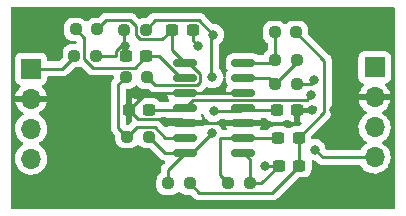
<source format=gbr>
%TF.GenerationSoftware,KiCad,Pcbnew,(6.0.4-0)*%
%TF.CreationDate,2022-05-03T23:30:52-04:00*%
%TF.ProjectId,antennaamp,616e7465-6e6e-4616-916d-702e6b696361,rev?*%
%TF.SameCoordinates,Original*%
%TF.FileFunction,Copper,L1,Top*%
%TF.FilePolarity,Positive*%
%FSLAX46Y46*%
G04 Gerber Fmt 4.6, Leading zero omitted, Abs format (unit mm)*
G04 Created by KiCad (PCBNEW (6.0.4-0)) date 2022-05-03 23:30:52*
%MOMM*%
%LPD*%
G01*
G04 APERTURE LIST*
G04 Aperture macros list*
%AMRoundRect*
0 Rectangle with rounded corners*
0 $1 Rounding radius*
0 $2 $3 $4 $5 $6 $7 $8 $9 X,Y pos of 4 corners*
0 Add a 4 corners polygon primitive as box body*
4,1,4,$2,$3,$4,$5,$6,$7,$8,$9,$2,$3,0*
0 Add four circle primitives for the rounded corners*
1,1,$1+$1,$2,$3*
1,1,$1+$1,$4,$5*
1,1,$1+$1,$6,$7*
1,1,$1+$1,$8,$9*
0 Add four rect primitives between the rounded corners*
20,1,$1+$1,$2,$3,$4,$5,0*
20,1,$1+$1,$4,$5,$6,$7,0*
20,1,$1+$1,$6,$7,$8,$9,0*
20,1,$1+$1,$8,$9,$2,$3,0*%
G04 Aperture macros list end*
%TA.AperFunction,SMDPad,CuDef*%
%ADD10RoundRect,0.237500X0.250000X0.237500X-0.250000X0.237500X-0.250000X-0.237500X0.250000X-0.237500X0*%
%TD*%
%TA.AperFunction,SMDPad,CuDef*%
%ADD11RoundRect,0.150000X-0.825000X-0.150000X0.825000X-0.150000X0.825000X0.150000X-0.825000X0.150000X0*%
%TD*%
%TA.AperFunction,SMDPad,CuDef*%
%ADD12RoundRect,0.237500X-0.250000X-0.237500X0.250000X-0.237500X0.250000X0.237500X-0.250000X0.237500X0*%
%TD*%
%TA.AperFunction,ComponentPad*%
%ADD13R,1.700000X1.700000*%
%TD*%
%TA.AperFunction,ComponentPad*%
%ADD14O,1.700000X1.700000*%
%TD*%
%TA.AperFunction,SMDPad,CuDef*%
%ADD15RoundRect,0.237500X-0.300000X-0.237500X0.300000X-0.237500X0.300000X0.237500X-0.300000X0.237500X0*%
%TD*%
%TA.AperFunction,SMDPad,CuDef*%
%ADD16RoundRect,0.237500X0.300000X0.237500X-0.300000X0.237500X-0.300000X-0.237500X0.300000X-0.237500X0*%
%TD*%
%TA.AperFunction,ViaPad*%
%ADD17C,0.800000*%
%TD*%
%TA.AperFunction,Conductor*%
%ADD18C,0.250000*%
%TD*%
G04 APERTURE END LIST*
D10*
%TO.P,R1,1*%
%TO.N,Net-(C1-Pad2)*%
X68112500Y-58025000D03*
%TO.P,R1,2*%
%TO.N,Net-(J2-Pad1)*%
X66287500Y-58025000D03*
%TD*%
D11*
%TO.P,U1,1*%
%TO.N,Net-(C4-Pad1)*%
X75650000Y-58640000D03*
%TO.P,U1,2,-*%
%TO.N,Net-(C1-Pad1)*%
X75650000Y-59910000D03*
%TO.P,U1,3,+*%
%TO.N,GND*%
X75650000Y-61180000D03*
%TO.P,U1,4,V+*%
%TO.N,+12V*%
X75650000Y-62450000D03*
%TO.P,U1,5,+*%
%TO.N,GND*%
X75650000Y-63720000D03*
%TO.P,U1,6,-*%
%TO.N,Net-(R4-Pad1)*%
X75650000Y-64990000D03*
%TO.P,U1,7*%
%TO.N,Net-(R3-Pad1)*%
X75650000Y-66260000D03*
%TO.P,U1,8*%
%TO.N,Net-(C6-Pad1)*%
X80600000Y-66260000D03*
%TO.P,U1,9,-*%
%TO.N,Net-(C5-Pad1)*%
X80600000Y-64990000D03*
%TO.P,U1,10,+*%
%TO.N,GND*%
X80600000Y-63720000D03*
%TO.P,U1,11,V-*%
%TO.N,-12V*%
X80600000Y-62450000D03*
%TO.P,U1,12,+*%
%TO.N,GND*%
X80600000Y-61180000D03*
%TO.P,U1,13,-*%
%TO.N,Net-(R10-Pad2)*%
X80600000Y-59910000D03*
%TO.P,U1,14*%
%TO.N,Net-(R10-Pad1)*%
X80600000Y-58640000D03*
%TD*%
D12*
%TO.P,R10,1*%
%TO.N,Net-(R10-Pad1)*%
X83287500Y-58400000D03*
%TO.P,R10,2*%
%TO.N,Net-(R10-Pad2)*%
X85112500Y-58400000D03*
%TD*%
%TO.P,R9,1*%
%TO.N,Net-(R10-Pad2)*%
X83287500Y-60425000D03*
%TO.P,R9,2*%
%TO.N,Net-(C6-Pad1)*%
X85112500Y-60425000D03*
%TD*%
%TO.P,R8,1*%
%TO.N,Net-(R10-Pad1)*%
X83237500Y-56050000D03*
%TO.P,R8,2*%
%TO.N,Net-(C5-Pad2)*%
X85062500Y-56050000D03*
%TD*%
D10*
%TO.P,R7,2*%
%TO.N,Net-(C5-Pad1)*%
X79312500Y-68850000D03*
%TO.P,R7,1*%
%TO.N,Net-(C6-Pad1)*%
X81137500Y-68850000D03*
%TD*%
%TO.P,R6,1*%
%TO.N,Net-(C5-Pad2)*%
X76050000Y-68825000D03*
%TO.P,R6,2*%
%TO.N,Net-(R3-Pad1)*%
X74225000Y-68825000D03*
%TD*%
%TO.P,R5,1*%
%TO.N,Net-(R3-Pad1)*%
X72587500Y-64875000D03*
%TO.P,R5,2*%
%TO.N,Net-(R4-Pad1)*%
X70762500Y-64875000D03*
%TD*%
D12*
%TO.P,R4,2*%
%TO.N,Net-(C4-Pad1)*%
X72450000Y-59850000D03*
%TO.P,R4,1*%
%TO.N,Net-(R4-Pad1)*%
X70625000Y-59850000D03*
%TD*%
D10*
%TO.P,R3,1*%
%TO.N,Net-(R3-Pad1)*%
X72312500Y-55825000D03*
%TO.P,R3,2*%
%TO.N,Net-(C1-Pad2)*%
X70487500Y-55825000D03*
%TD*%
%TO.P,R2,1*%
%TO.N,Net-(C4-Pad1)*%
X68225000Y-55800000D03*
%TO.P,R2,2*%
%TO.N,Net-(C1-Pad1)*%
X66400000Y-55800000D03*
%TD*%
D13*
%TO.P,J2,1,Pin_1*%
%TO.N,Net-(J2-Pad1)*%
X62625000Y-59125000D03*
D14*
%TO.P,J2,2,Pin_2*%
%TO.N,GND*%
X62625000Y-61665000D03*
%TO.P,J2,3,Pin_3*%
%TO.N,unconnected-(J2-Pad3)*%
X62625000Y-64205000D03*
%TO.P,J2,4,Pin_4*%
%TO.N,unconnected-(J2-Pad4)*%
X62625000Y-66745000D03*
%TD*%
D13*
%TO.P,J1,1,Pin_1*%
%TO.N,+12V*%
X91700000Y-59025000D03*
D14*
%TO.P,J1,2,Pin_2*%
%TO.N,GND*%
X91700000Y-61565000D03*
%TO.P,J1,3,Pin_3*%
%TO.N,unconnected-(J1-Pad3)*%
X91700000Y-64105000D03*
%TO.P,J1,4,Pin_4*%
%TO.N,-12V*%
X91700000Y-66645000D03*
%TD*%
D15*
%TO.P,C6,1*%
%TO.N,Net-(C6-Pad1)*%
X83600000Y-67350000D03*
%TO.P,C6,2*%
%TO.N,Net-(C5-Pad2)*%
X85325000Y-67350000D03*
%TD*%
%TO.P,C5,1*%
%TO.N,Net-(C5-Pad1)*%
X83537500Y-64975000D03*
%TO.P,C5,2*%
%TO.N,Net-(C5-Pad2)*%
X85262500Y-64975000D03*
%TD*%
%TO.P,C4,1*%
%TO.N,Net-(C4-Pad1)*%
X74562500Y-55825000D03*
%TO.P,C4,2*%
%TO.N,Net-(C1-Pad2)*%
X76287500Y-55825000D03*
%TD*%
D16*
%TO.P,C3,1*%
%TO.N,GND*%
X85162500Y-62650000D03*
%TO.P,C3,2*%
%TO.N,-12V*%
X83437500Y-62650000D03*
%TD*%
D15*
%TO.P,C2,2*%
%TO.N,+12V*%
X72600000Y-62625000D03*
%TO.P,C2,1*%
%TO.N,GND*%
X70875000Y-62625000D03*
%TD*%
D16*
%TO.P,C1,1*%
%TO.N,Net-(C1-Pad1)*%
X72375000Y-58075000D03*
%TO.P,C1,2*%
%TO.N,Net-(C1-Pad2)*%
X70650000Y-58075000D03*
%TD*%
D17*
%TO.N,Net-(R3-Pad1)*%
X78050000Y-56255184D03*
X77962500Y-59862500D03*
X77900000Y-64575000D03*
%TO.N,Net-(C6-Pad1)*%
X82400000Y-67375000D03*
X86600201Y-60125201D03*
%TO.N,Net-(C1-Pad2)*%
X76775000Y-57175000D03*
X70575000Y-57175000D03*
%TO.N,GND*%
X86425000Y-62625000D03*
X88300000Y-62625000D03*
%TO.N,-12V*%
X78100000Y-62725000D03*
X86650000Y-65975000D03*
%TO.N,+12V*%
X86350000Y-61400000D03*
%TD*%
D18*
%TO.N,Net-(R3-Pad1)*%
X77900000Y-64575000D02*
X76215000Y-66260000D01*
X72312500Y-55825000D02*
X73112020Y-55025480D01*
X73112020Y-55025480D02*
X76820296Y-55025480D01*
X76820296Y-55025480D02*
X78050000Y-56255184D01*
X77875000Y-56180184D02*
X77875000Y-59700000D01*
%TO.N,Net-(C6-Pad1)*%
X86300402Y-60425000D02*
X86600201Y-60125201D01*
X85112500Y-60425000D02*
X86300402Y-60425000D01*
X82400000Y-67375000D02*
X83575000Y-67375000D01*
%TO.N,Net-(C1-Pad2)*%
X76287500Y-55825000D02*
X76287500Y-56687500D01*
X76287500Y-56687500D02*
X76775000Y-57175000D01*
%TO.N,GND*%
X91700000Y-61565000D02*
X89235000Y-61565000D01*
X89235000Y-61565000D02*
X88300000Y-62500000D01*
X88300000Y-62500000D02*
X88300000Y-62625000D01*
X75650000Y-61180000D02*
X72320000Y-61180000D01*
X72320000Y-61180000D02*
X70875000Y-62625000D01*
%TO.N,-12V*%
X87320000Y-66645000D02*
X91700000Y-66645000D01*
X87320000Y-66645000D02*
X86650000Y-65975000D01*
X78100000Y-62725000D02*
X80325000Y-62725000D01*
X80325000Y-62725000D02*
X80600000Y-62450000D01*
%TO.N,GND*%
X80600000Y-61180000D02*
X75650000Y-61180000D01*
X75650000Y-63720000D02*
X80600000Y-63720000D01*
X70875000Y-62625000D02*
X71674520Y-63424520D01*
X71674520Y-63424520D02*
X75354520Y-63424520D01*
X75354520Y-63424520D02*
X75650000Y-63720000D01*
%TO.N,Net-(R4-Pad1)*%
X70625000Y-59850000D02*
X70012980Y-60462020D01*
X70012980Y-60462020D02*
X70012980Y-64125480D01*
X70012980Y-64125480D02*
X70762500Y-64875000D01*
%TO.N,Net-(C1-Pad1)*%
X66400000Y-55800000D02*
X67099520Y-56499520D01*
X67099520Y-56499520D02*
X67099520Y-58316303D01*
X67099520Y-58316303D02*
X67833697Y-59050480D01*
X67833697Y-59050480D02*
X71399520Y-59050480D01*
%TO.N,Net-(C4-Pad1)*%
X76026072Y-58640000D02*
X76949520Y-59563448D01*
X73134520Y-60534520D02*
X72701701Y-60101701D01*
X76949520Y-60275480D02*
X76690480Y-60534520D01*
X76949520Y-59563448D02*
X76949520Y-60275480D01*
X76690480Y-60534520D02*
X73134520Y-60534520D01*
%TO.N,Net-(C1-Pad1)*%
X75273928Y-59910000D02*
X73438928Y-58075000D01*
X73438928Y-58075000D02*
X72375000Y-58075000D01*
X71399520Y-59050480D02*
X72375000Y-58075000D01*
%TO.N,Net-(C1-Pad2)*%
X70487500Y-57137500D02*
X70575000Y-57225000D01*
X70650000Y-58075000D02*
X70650000Y-57300000D01*
X70575000Y-57225000D02*
X70625472Y-57275472D01*
X70650000Y-57300000D02*
X70575000Y-57225000D01*
%TO.N,-12V*%
X80600000Y-62450000D02*
X80800000Y-62650000D01*
X80800000Y-62650000D02*
X83437500Y-62650000D01*
%TO.N,+12V*%
X85945480Y-61804520D02*
X86350000Y-61400000D01*
X76295480Y-61804520D02*
X85945480Y-61804520D01*
X75650000Y-62450000D02*
X76295480Y-61804520D01*
%TO.N,Net-(R10-Pad2)*%
X85112500Y-58600000D02*
X83287500Y-60425000D01*
X80600000Y-59910000D02*
X82772500Y-59910000D01*
X82772500Y-59910000D02*
X83287500Y-60425000D01*
%TO.N,Net-(C5-Pad2)*%
X85062500Y-56050000D02*
X87450000Y-58437500D01*
X87450000Y-58437500D02*
X87450000Y-62787500D01*
X87450000Y-62787500D02*
X85262500Y-64975000D01*
%TO.N,Net-(R10-Pad1)*%
X83287500Y-58400000D02*
X83287500Y-56100000D01*
X80600000Y-58640000D02*
X83047500Y-58640000D01*
%TO.N,Net-(C4-Pad1)*%
X68225000Y-55800000D02*
X68999520Y-55025480D01*
X70970296Y-55025480D02*
X71500480Y-55555664D01*
X71500480Y-56300480D02*
X71850000Y-56650000D01*
X71850000Y-56650000D02*
X73737500Y-56650000D01*
X68999520Y-55025480D02*
X70970296Y-55025480D01*
X73737500Y-56650000D02*
X74562500Y-55825000D01*
X71500480Y-55555664D02*
X71500480Y-56300480D01*
%TO.N,Net-(C5-Pad2)*%
X85325000Y-67350000D02*
X85325000Y-65037500D01*
X76050000Y-68825000D02*
X76874520Y-69649520D01*
X76874520Y-69649520D02*
X83025480Y-69649520D01*
X83025480Y-69649520D02*
X85325000Y-67350000D01*
%TO.N,Net-(R4-Pad1)*%
X75650000Y-64990000D02*
X73984816Y-64990000D01*
X73070296Y-64075480D02*
X71562020Y-64075480D01*
X73984816Y-64990000D02*
X73070296Y-64075480D01*
X71562020Y-64075480D02*
X70762500Y-64875000D01*
%TO.N,Net-(C6-Pad1)*%
X81137500Y-68850000D02*
X82100000Y-68850000D01*
X82100000Y-68850000D02*
X83600000Y-67350000D01*
X81137500Y-68850000D02*
X81137500Y-66797500D01*
X81137500Y-66797500D02*
X80600000Y-66260000D01*
%TO.N,Net-(C5-Pad1)*%
X80600000Y-64990000D02*
X78585000Y-64990000D01*
X78585000Y-64990000D02*
X78585000Y-68122500D01*
X78585000Y-68122500D02*
X79312500Y-68850000D01*
X80600000Y-64990000D02*
X83522500Y-64990000D01*
%TO.N,+12V*%
X72600000Y-62625000D02*
X75475000Y-62625000D01*
%TO.N,Net-(R3-Pad1)*%
X72587500Y-64875000D02*
X73972500Y-66260000D01*
X73972500Y-66260000D02*
X75650000Y-66260000D01*
X74225000Y-68825000D02*
X74225000Y-67685000D01*
X74225000Y-67685000D02*
X75650000Y-66260000D01*
%TO.N,Net-(J2-Pad1)*%
X62625000Y-59125000D02*
X65275000Y-59125000D01*
X65275000Y-59125000D02*
X66375000Y-58025000D01*
%TO.N,Net-(C1-Pad2)*%
X70487500Y-55825000D02*
X70487500Y-57137500D01*
X70625472Y-57275472D02*
X70142204Y-57275472D01*
X70142204Y-57275472D02*
X69800000Y-57617676D01*
X69800000Y-57617676D02*
X69800000Y-58075000D01*
%TO.N,Net-(C4-Pad1)*%
X74562500Y-55825000D02*
X74562500Y-57552500D01*
X74562500Y-57552500D02*
X75650000Y-58640000D01*
%TO.N,Net-(C1-Pad2)*%
X68025000Y-58025000D02*
X69750000Y-58025000D01*
X69750000Y-58025000D02*
X69800000Y-58075000D01*
%TD*%
%TA.AperFunction,Conductor*%
%TO.N,GND*%
G36*
X93383621Y-53903502D02*
G01*
X93430114Y-53957158D01*
X93441500Y-54009500D01*
X93441500Y-70915500D01*
X93421498Y-70983621D01*
X93367842Y-71030114D01*
X93315500Y-71041500D01*
X61059500Y-71041500D01*
X60991379Y-71021498D01*
X60944886Y-70967842D01*
X60933500Y-70915500D01*
X60933500Y-66711695D01*
X61262251Y-66711695D01*
X61262548Y-66716848D01*
X61262548Y-66716851D01*
X61271547Y-66872918D01*
X61275110Y-66934715D01*
X61276247Y-66939761D01*
X61276248Y-66939767D01*
X61293228Y-67015111D01*
X61324222Y-67152639D01*
X61375958Y-67280051D01*
X61390811Y-67316628D01*
X61408266Y-67359616D01*
X61410965Y-67364020D01*
X61513987Y-67532137D01*
X61524987Y-67550088D01*
X61671250Y-67718938D01*
X61725819Y-67764242D01*
X61831556Y-67852026D01*
X61843126Y-67861632D01*
X62036000Y-67974338D01*
X62040825Y-67976180D01*
X62040826Y-67976181D01*
X62046553Y-67978368D01*
X62244692Y-68054030D01*
X62249760Y-68055061D01*
X62249763Y-68055062D01*
X62324838Y-68070336D01*
X62463597Y-68098567D01*
X62468772Y-68098757D01*
X62468774Y-68098757D01*
X62681673Y-68106564D01*
X62681677Y-68106564D01*
X62686837Y-68106753D01*
X62691957Y-68106097D01*
X62691959Y-68106097D01*
X62903288Y-68079025D01*
X62903289Y-68079025D01*
X62908416Y-68078368D01*
X62961610Y-68062409D01*
X63117429Y-68015661D01*
X63117434Y-68015659D01*
X63122384Y-68014174D01*
X63322994Y-67915896D01*
X63504860Y-67786173D01*
X63532804Y-67758327D01*
X63654483Y-67637072D01*
X63663096Y-67628489D01*
X63667587Y-67622240D01*
X63790435Y-67451277D01*
X63793453Y-67447077D01*
X63811186Y-67411198D01*
X63890136Y-67251453D01*
X63890137Y-67251451D01*
X63892430Y-67246811D01*
X63940528Y-67088502D01*
X63955865Y-67038023D01*
X63955865Y-67038021D01*
X63957370Y-67033069D01*
X63986529Y-66811590D01*
X63988156Y-66745000D01*
X63969852Y-66522361D01*
X63915431Y-66305702D01*
X63826354Y-66100840D01*
X63761661Y-66000840D01*
X63707822Y-65917617D01*
X63707820Y-65917614D01*
X63705014Y-65913277D01*
X63554670Y-65748051D01*
X63550619Y-65744852D01*
X63550615Y-65744848D01*
X63383414Y-65612800D01*
X63383410Y-65612798D01*
X63379359Y-65609598D01*
X63338053Y-65586796D01*
X63288084Y-65536364D01*
X63273312Y-65466921D01*
X63298428Y-65400516D01*
X63325780Y-65373909D01*
X63369603Y-65342650D01*
X63504860Y-65246173D01*
X63532804Y-65218327D01*
X63618862Y-65132569D01*
X63663096Y-65088489D01*
X63667587Y-65082240D01*
X63790435Y-64911277D01*
X63793453Y-64907077D01*
X63808272Y-64877094D01*
X63890136Y-64711453D01*
X63890137Y-64711451D01*
X63892430Y-64706811D01*
X63938197Y-64556174D01*
X63955865Y-64498023D01*
X63955865Y-64498021D01*
X63957370Y-64493069D01*
X63986529Y-64271590D01*
X63986710Y-64264180D01*
X63988074Y-64208365D01*
X63988074Y-64208361D01*
X63988156Y-64205000D01*
X63969852Y-63982361D01*
X63915431Y-63765702D01*
X63826354Y-63560840D01*
X63786123Y-63498653D01*
X63707822Y-63377617D01*
X63707820Y-63377614D01*
X63705014Y-63373277D01*
X63554670Y-63208051D01*
X63550619Y-63204852D01*
X63550615Y-63204848D01*
X63383414Y-63072800D01*
X63383410Y-63072798D01*
X63379359Y-63069598D01*
X63337569Y-63046529D01*
X63287598Y-62996097D01*
X63272826Y-62926654D01*
X63297942Y-62860248D01*
X63325294Y-62833641D01*
X63500328Y-62708792D01*
X63508200Y-62702139D01*
X63659052Y-62551812D01*
X63665730Y-62543965D01*
X63790003Y-62371020D01*
X63795313Y-62362183D01*
X63889670Y-62171267D01*
X63893469Y-62161672D01*
X63955377Y-61957910D01*
X63957555Y-61947837D01*
X63958986Y-61936962D01*
X63956775Y-61922778D01*
X63943617Y-61919000D01*
X61308225Y-61919000D01*
X61294694Y-61922973D01*
X61293257Y-61932966D01*
X61323565Y-62067446D01*
X61326645Y-62077275D01*
X61406770Y-62274603D01*
X61411413Y-62283794D01*
X61522694Y-62465388D01*
X61528777Y-62473699D01*
X61668213Y-62634667D01*
X61675580Y-62641883D01*
X61839434Y-62777916D01*
X61847881Y-62783831D01*
X61916969Y-62824203D01*
X61965693Y-62875842D01*
X61978764Y-62945625D01*
X61952033Y-63011396D01*
X61911584Y-63044752D01*
X61898607Y-63051507D01*
X61894474Y-63054610D01*
X61894471Y-63054612D01*
X61724100Y-63182530D01*
X61719965Y-63185635D01*
X61694894Y-63211870D01*
X61595291Y-63316099D01*
X61565629Y-63347138D01*
X61562715Y-63351410D01*
X61562714Y-63351411D01*
X61530282Y-63398955D01*
X61439743Y-63531680D01*
X61345688Y-63734305D01*
X61285989Y-63949570D01*
X61262251Y-64171695D01*
X61262548Y-64176848D01*
X61262548Y-64176851D01*
X61272907Y-64356500D01*
X61275110Y-64394715D01*
X61276247Y-64399761D01*
X61276248Y-64399767D01*
X61285206Y-64439514D01*
X61324222Y-64612639D01*
X61408266Y-64819616D01*
X61459019Y-64902438D01*
X61513987Y-64992137D01*
X61524987Y-65010088D01*
X61671250Y-65178938D01*
X61774281Y-65264476D01*
X61836480Y-65316114D01*
X61843126Y-65321632D01*
X61864870Y-65334338D01*
X61916445Y-65364476D01*
X61965169Y-65416114D01*
X61978240Y-65485897D01*
X61951509Y-65551669D01*
X61911055Y-65585027D01*
X61898607Y-65591507D01*
X61894474Y-65594610D01*
X61894471Y-65594612D01*
X61724100Y-65722530D01*
X61719965Y-65725635D01*
X61701605Y-65744848D01*
X61593310Y-65858172D01*
X61565629Y-65887138D01*
X61562715Y-65891410D01*
X61562714Y-65891411D01*
X61523826Y-65948419D01*
X61439743Y-66071680D01*
X61345688Y-66274305D01*
X61285989Y-66489570D01*
X61262251Y-66711695D01*
X60933500Y-66711695D01*
X60933500Y-60023134D01*
X61266500Y-60023134D01*
X61273255Y-60085316D01*
X61324385Y-60221705D01*
X61411739Y-60338261D01*
X61528295Y-60425615D01*
X61536704Y-60428767D01*
X61536705Y-60428768D01*
X61645960Y-60469726D01*
X61702725Y-60512367D01*
X61727425Y-60578929D01*
X61712218Y-60648278D01*
X61692825Y-60674759D01*
X61569590Y-60803717D01*
X61563104Y-60811727D01*
X61443098Y-60987649D01*
X61438000Y-60996623D01*
X61348338Y-61189783D01*
X61344775Y-61199470D01*
X61289389Y-61399183D01*
X61290912Y-61407607D01*
X61303292Y-61411000D01*
X63943344Y-61411000D01*
X63956875Y-61407027D01*
X63958180Y-61397947D01*
X63916214Y-61230875D01*
X63912894Y-61221124D01*
X63827972Y-61025814D01*
X63823105Y-61016739D01*
X63707426Y-60837926D01*
X63701136Y-60829757D01*
X63557293Y-60671677D01*
X63526241Y-60607831D01*
X63534635Y-60537333D01*
X63579812Y-60482564D01*
X63606256Y-60468895D01*
X63713297Y-60428767D01*
X63721705Y-60425615D01*
X63838261Y-60338261D01*
X63925615Y-60221705D01*
X63976745Y-60085316D01*
X63983500Y-60023134D01*
X63983500Y-59884500D01*
X64003502Y-59816379D01*
X64057158Y-59769886D01*
X64109500Y-59758500D01*
X65196233Y-59758500D01*
X65207416Y-59759027D01*
X65214909Y-59760702D01*
X65222835Y-59760453D01*
X65222836Y-59760453D01*
X65282986Y-59758562D01*
X65286945Y-59758500D01*
X65314856Y-59758500D01*
X65318791Y-59758003D01*
X65318856Y-59757995D01*
X65330693Y-59757062D01*
X65362951Y-59756048D01*
X65366970Y-59755922D01*
X65374889Y-59755673D01*
X65394343Y-59750021D01*
X65413700Y-59746013D01*
X65425930Y-59744468D01*
X65425931Y-59744468D01*
X65433797Y-59743474D01*
X65441168Y-59740555D01*
X65441170Y-59740555D01*
X65474912Y-59727196D01*
X65486142Y-59723351D01*
X65520983Y-59713229D01*
X65520984Y-59713229D01*
X65528593Y-59711018D01*
X65535412Y-59706985D01*
X65535417Y-59706983D01*
X65546028Y-59700707D01*
X65563776Y-59692012D01*
X65582617Y-59684552D01*
X65601850Y-59670579D01*
X65618387Y-59658564D01*
X65628307Y-59652048D01*
X65659535Y-59633580D01*
X65659538Y-59633578D01*
X65666362Y-59629542D01*
X65680683Y-59615221D01*
X65695717Y-59602380D01*
X65712107Y-59590472D01*
X65717157Y-59584368D01*
X65717162Y-59584363D01*
X65740293Y-59556402D01*
X65748283Y-59547621D01*
X66250501Y-59045404D01*
X66312813Y-59011379D01*
X66339596Y-59008500D01*
X66587072Y-59008500D01*
X66590318Y-59008163D01*
X66590322Y-59008163D01*
X66627801Y-59004274D01*
X66691093Y-58997707D01*
X66762616Y-58973845D01*
X66833565Y-58971261D01*
X66891587Y-59004274D01*
X67113428Y-59226116D01*
X67330050Y-59442738D01*
X67337584Y-59451017D01*
X67341697Y-59457498D01*
X67375854Y-59489573D01*
X67391348Y-59504123D01*
X67394190Y-59506878D01*
X67413927Y-59526615D01*
X67417124Y-59529095D01*
X67426144Y-59536798D01*
X67458376Y-59567066D01*
X67465322Y-59570885D01*
X67465325Y-59570887D01*
X67476131Y-59576828D01*
X67492650Y-59587679D01*
X67508656Y-59600094D01*
X67515925Y-59603239D01*
X67515929Y-59603242D01*
X67549234Y-59617654D01*
X67559884Y-59622871D01*
X67598637Y-59644175D01*
X67606312Y-59646146D01*
X67606313Y-59646146D01*
X67618259Y-59649213D01*
X67636964Y-59655617D01*
X67655552Y-59663661D01*
X67663375Y-59664900D01*
X67663385Y-59664903D01*
X67699221Y-59670579D01*
X67710841Y-59672985D01*
X67745986Y-59682008D01*
X67753667Y-59683980D01*
X67773921Y-59683980D01*
X67793631Y-59685531D01*
X67813640Y-59688700D01*
X67821532Y-59687954D01*
X67847164Y-59685531D01*
X67857659Y-59684539D01*
X67869516Y-59683980D01*
X69503000Y-59683980D01*
X69571121Y-59703982D01*
X69617614Y-59757638D01*
X69629000Y-59809980D01*
X69629000Y-59895600D01*
X69608998Y-59963721D01*
X69594851Y-59981852D01*
X69559338Y-60019670D01*
X69556582Y-60022513D01*
X69536845Y-60042250D01*
X69534365Y-60045447D01*
X69526662Y-60054467D01*
X69496394Y-60086699D01*
X69492575Y-60093645D01*
X69492573Y-60093648D01*
X69486632Y-60104454D01*
X69475781Y-60120973D01*
X69463366Y-60136979D01*
X69460221Y-60144248D01*
X69460218Y-60144252D01*
X69445806Y-60177557D01*
X69440589Y-60188207D01*
X69419285Y-60226960D01*
X69417314Y-60234635D01*
X69417314Y-60234636D01*
X69414247Y-60246582D01*
X69407843Y-60265286D01*
X69399799Y-60283875D01*
X69398560Y-60291698D01*
X69398557Y-60291708D01*
X69392881Y-60327544D01*
X69390475Y-60339164D01*
X69382842Y-60368895D01*
X69379480Y-60381990D01*
X69379480Y-60402244D01*
X69377929Y-60421954D01*
X69374760Y-60441963D01*
X69375506Y-60449855D01*
X69378921Y-60485981D01*
X69379480Y-60497839D01*
X69379480Y-64046713D01*
X69378953Y-64057896D01*
X69377278Y-64065389D01*
X69377527Y-64073315D01*
X69377527Y-64073316D01*
X69379418Y-64133466D01*
X69379480Y-64137425D01*
X69379480Y-64165336D01*
X69379977Y-64169270D01*
X69379977Y-64169271D01*
X69379985Y-64169336D01*
X69380918Y-64181173D01*
X69382307Y-64225369D01*
X69387958Y-64244819D01*
X69391967Y-64264180D01*
X69394506Y-64284277D01*
X69397425Y-64291648D01*
X69397425Y-64291650D01*
X69410784Y-64325392D01*
X69414629Y-64336622D01*
X69417638Y-64346978D01*
X69426962Y-64379073D01*
X69430995Y-64385892D01*
X69430997Y-64385897D01*
X69437273Y-64396508D01*
X69445968Y-64414256D01*
X69453428Y-64433097D01*
X69458090Y-64439513D01*
X69458090Y-64439514D01*
X69479416Y-64468867D01*
X69485932Y-64478787D01*
X69502970Y-64507596D01*
X69508438Y-64516842D01*
X69522759Y-64531163D01*
X69535599Y-64546196D01*
X69547508Y-64562587D01*
X69553614Y-64567638D01*
X69581585Y-64590778D01*
X69590364Y-64598768D01*
X69729595Y-64737999D01*
X69763621Y-64800311D01*
X69766500Y-64827094D01*
X69766500Y-65162072D01*
X69766837Y-65165318D01*
X69766837Y-65165322D01*
X69772951Y-65224242D01*
X69777293Y-65266093D01*
X69779474Y-65272629D01*
X69779474Y-65272631D01*
X69795822Y-65321632D01*
X69832346Y-65431107D01*
X69923884Y-65579031D01*
X69929066Y-65584204D01*
X70041816Y-65696758D01*
X70041821Y-65696762D01*
X70046997Y-65701929D01*
X70053227Y-65705769D01*
X70053228Y-65705770D01*
X70179169Y-65783401D01*
X70195080Y-65793209D01*
X70360191Y-65847974D01*
X70367027Y-65848674D01*
X70367030Y-65848675D01*
X70418526Y-65853951D01*
X70462928Y-65858500D01*
X71062072Y-65858500D01*
X71065318Y-65858163D01*
X71065322Y-65858163D01*
X71159235Y-65848419D01*
X71159239Y-65848418D01*
X71166093Y-65847707D01*
X71172629Y-65845526D01*
X71172631Y-65845526D01*
X71321267Y-65795937D01*
X71331107Y-65792654D01*
X71479031Y-65701116D01*
X71484204Y-65695934D01*
X71585747Y-65594214D01*
X71648030Y-65560135D01*
X71718850Y-65565138D01*
X71763937Y-65594059D01*
X71866812Y-65696754D01*
X71866817Y-65696758D01*
X71871997Y-65701929D01*
X71878227Y-65705769D01*
X71878228Y-65705770D01*
X72004169Y-65783401D01*
X72020080Y-65793209D01*
X72185191Y-65847974D01*
X72192027Y-65848674D01*
X72192030Y-65848675D01*
X72243526Y-65853951D01*
X72287928Y-65858500D01*
X72622905Y-65858500D01*
X72691026Y-65878502D01*
X72712001Y-65895405D01*
X73090900Y-66274305D01*
X73468853Y-66652258D01*
X73476387Y-66660537D01*
X73480500Y-66667018D01*
X73524397Y-66708240D01*
X73530151Y-66713643D01*
X73532993Y-66716398D01*
X73552730Y-66736135D01*
X73555927Y-66738615D01*
X73564947Y-66746318D01*
X73597179Y-66776586D01*
X73604125Y-66780405D01*
X73604128Y-66780407D01*
X73614934Y-66786348D01*
X73631453Y-66797199D01*
X73647459Y-66809614D01*
X73654728Y-66812759D01*
X73654732Y-66812762D01*
X73688037Y-66827174D01*
X73698687Y-66832391D01*
X73737440Y-66853695D01*
X73745115Y-66855666D01*
X73745116Y-66855666D01*
X73757062Y-66858733D01*
X73775767Y-66865137D01*
X73794355Y-66873181D01*
X73802178Y-66874420D01*
X73802188Y-66874423D01*
X73838024Y-66880099D01*
X73849639Y-66882504D01*
X73860021Y-66885169D01*
X73921029Y-66921480D01*
X73952722Y-66985010D01*
X73945036Y-67055590D01*
X73917788Y-67096307D01*
X73832747Y-67181348D01*
X73824461Y-67188888D01*
X73817982Y-67193000D01*
X73812557Y-67198777D01*
X73771357Y-67242651D01*
X73768602Y-67245493D01*
X73748865Y-67265230D01*
X73746385Y-67268427D01*
X73738682Y-67277447D01*
X73708414Y-67309679D01*
X73704595Y-67316625D01*
X73704593Y-67316628D01*
X73698652Y-67327434D01*
X73687801Y-67343953D01*
X73675386Y-67359959D01*
X73672241Y-67367228D01*
X73672238Y-67367232D01*
X73657826Y-67400537D01*
X73652609Y-67411187D01*
X73631305Y-67449940D01*
X73629334Y-67457615D01*
X73629334Y-67457616D01*
X73626267Y-67469562D01*
X73619863Y-67488266D01*
X73611819Y-67506855D01*
X73610580Y-67514678D01*
X73610577Y-67514688D01*
X73604901Y-67550524D01*
X73602495Y-67562144D01*
X73591500Y-67604970D01*
X73591500Y-67625224D01*
X73589949Y-67644934D01*
X73586780Y-67664943D01*
X73587526Y-67672835D01*
X73590941Y-67708961D01*
X73591500Y-67720819D01*
X73591500Y-67877301D01*
X73571498Y-67945422D01*
X73531802Y-67984445D01*
X73508469Y-67998884D01*
X73503296Y-68004066D01*
X73390742Y-68116816D01*
X73390738Y-68116821D01*
X73385571Y-68121997D01*
X73381731Y-68128227D01*
X73381730Y-68128228D01*
X73298864Y-68262662D01*
X73294291Y-68270080D01*
X73239526Y-68435191D01*
X73229000Y-68537928D01*
X73229000Y-69112072D01*
X73239793Y-69216093D01*
X73294846Y-69381107D01*
X73386384Y-69529031D01*
X73391566Y-69534204D01*
X73504316Y-69646758D01*
X73504321Y-69646762D01*
X73509497Y-69651929D01*
X73657580Y-69743209D01*
X73822691Y-69797974D01*
X73829527Y-69798674D01*
X73829530Y-69798675D01*
X73881026Y-69803951D01*
X73925428Y-69808500D01*
X74524572Y-69808500D01*
X74527818Y-69808163D01*
X74527822Y-69808163D01*
X74621735Y-69798419D01*
X74621739Y-69798418D01*
X74628593Y-69797707D01*
X74635129Y-69795526D01*
X74635131Y-69795526D01*
X74767895Y-69751232D01*
X74793607Y-69742654D01*
X74941531Y-69651116D01*
X74946704Y-69645934D01*
X75048247Y-69544214D01*
X75110530Y-69510135D01*
X75181350Y-69515138D01*
X75226437Y-69544059D01*
X75329312Y-69646754D01*
X75329317Y-69646758D01*
X75334497Y-69651929D01*
X75482580Y-69743209D01*
X75647691Y-69797974D01*
X75654527Y-69798674D01*
X75654530Y-69798675D01*
X75706026Y-69803951D01*
X75750428Y-69808500D01*
X76085406Y-69808500D01*
X76153527Y-69828502D01*
X76174501Y-69845405D01*
X76370863Y-70041767D01*
X76378407Y-70050057D01*
X76382520Y-70056538D01*
X76388297Y-70061963D01*
X76432187Y-70103178D01*
X76435029Y-70105933D01*
X76454750Y-70125654D01*
X76457945Y-70128132D01*
X76466967Y-70135838D01*
X76499199Y-70166106D01*
X76506148Y-70169926D01*
X76516952Y-70175866D01*
X76533476Y-70186719D01*
X76549479Y-70199133D01*
X76590063Y-70216696D01*
X76600693Y-70221903D01*
X76639460Y-70243215D01*
X76647137Y-70245186D01*
X76647142Y-70245188D01*
X76659078Y-70248252D01*
X76677786Y-70254657D01*
X76696375Y-70262701D01*
X76704200Y-70263940D01*
X76704202Y-70263941D01*
X76740039Y-70269617D01*
X76751660Y-70272024D01*
X76783479Y-70280193D01*
X76794490Y-70283020D01*
X76814751Y-70283020D01*
X76834460Y-70284571D01*
X76854463Y-70287739D01*
X76862355Y-70286993D01*
X76867582Y-70286499D01*
X76898474Y-70283579D01*
X76910331Y-70283020D01*
X82946713Y-70283020D01*
X82957896Y-70283547D01*
X82965389Y-70285222D01*
X82973315Y-70284973D01*
X82973316Y-70284973D01*
X83033466Y-70283082D01*
X83037425Y-70283020D01*
X83065336Y-70283020D01*
X83069271Y-70282523D01*
X83069336Y-70282515D01*
X83081173Y-70281582D01*
X83113431Y-70280568D01*
X83117450Y-70280442D01*
X83125369Y-70280193D01*
X83144823Y-70274541D01*
X83164180Y-70270533D01*
X83176410Y-70268988D01*
X83176411Y-70268988D01*
X83184277Y-70267994D01*
X83191648Y-70265075D01*
X83191650Y-70265075D01*
X83225392Y-70251716D01*
X83236622Y-70247871D01*
X83271463Y-70237749D01*
X83271464Y-70237749D01*
X83279073Y-70235538D01*
X83285892Y-70231505D01*
X83285897Y-70231503D01*
X83296508Y-70225227D01*
X83314256Y-70216532D01*
X83333097Y-70209072D01*
X83353467Y-70194273D01*
X83368867Y-70183084D01*
X83378787Y-70176568D01*
X83410015Y-70158100D01*
X83410018Y-70158098D01*
X83416842Y-70154062D01*
X83431163Y-70139741D01*
X83446197Y-70126900D01*
X83447912Y-70125654D01*
X83462587Y-70114992D01*
X83490778Y-70080915D01*
X83498768Y-70072136D01*
X85200499Y-68370405D01*
X85262811Y-68336379D01*
X85289594Y-68333500D01*
X85674572Y-68333500D01*
X85677818Y-68333163D01*
X85677822Y-68333163D01*
X85771735Y-68323419D01*
X85771739Y-68323418D01*
X85778593Y-68322707D01*
X85785129Y-68320526D01*
X85785131Y-68320526D01*
X85936659Y-68269972D01*
X85943607Y-68267654D01*
X86091531Y-68176116D01*
X86120599Y-68146997D01*
X86209258Y-68058184D01*
X86209262Y-68058179D01*
X86214429Y-68053003D01*
X86229184Y-68029066D01*
X86301869Y-67911150D01*
X86301870Y-67911148D01*
X86305709Y-67904920D01*
X86360474Y-67739809D01*
X86362613Y-67718938D01*
X86368144Y-67664943D01*
X86371000Y-67637072D01*
X86371000Y-67062928D01*
X86370664Y-67059685D01*
X86370663Y-67059675D01*
X86365698Y-67011823D01*
X86378563Y-66942001D01*
X86427135Y-66890220D01*
X86495991Y-66872918D01*
X86517224Y-66875574D01*
X86548052Y-66882127D01*
X86548055Y-66882127D01*
X86554513Y-66883500D01*
X86610405Y-66883500D01*
X86678526Y-66903502D01*
X86699500Y-66920405D01*
X86816348Y-67037253D01*
X86823888Y-67045539D01*
X86828000Y-67052018D01*
X86833777Y-67057443D01*
X86877651Y-67098643D01*
X86880493Y-67101398D01*
X86900230Y-67121135D01*
X86903427Y-67123615D01*
X86912447Y-67131318D01*
X86944679Y-67161586D01*
X86951625Y-67165405D01*
X86951628Y-67165407D01*
X86962434Y-67171348D01*
X86978953Y-67182199D01*
X86994959Y-67194614D01*
X87002228Y-67197759D01*
X87002232Y-67197762D01*
X87035537Y-67212174D01*
X87046187Y-67217391D01*
X87084940Y-67238695D01*
X87092615Y-67240666D01*
X87092616Y-67240666D01*
X87104562Y-67243733D01*
X87123267Y-67250137D01*
X87141855Y-67258181D01*
X87149678Y-67259420D01*
X87149688Y-67259423D01*
X87185524Y-67265099D01*
X87197144Y-67267505D01*
X87219015Y-67273120D01*
X87239970Y-67278500D01*
X87260224Y-67278500D01*
X87279934Y-67280051D01*
X87299943Y-67283220D01*
X87307835Y-67282474D01*
X87343961Y-67279059D01*
X87355819Y-67278500D01*
X90424274Y-67278500D01*
X90492395Y-67298502D01*
X90531707Y-67338665D01*
X90599987Y-67450088D01*
X90746250Y-67618938D01*
X90918126Y-67761632D01*
X91111000Y-67874338D01*
X91115825Y-67876180D01*
X91115826Y-67876181D01*
X91146222Y-67887788D01*
X91319692Y-67954030D01*
X91324760Y-67955061D01*
X91324763Y-67955062D01*
X91410489Y-67972503D01*
X91538597Y-67998567D01*
X91543772Y-67998757D01*
X91543774Y-67998757D01*
X91756673Y-68006564D01*
X91756677Y-68006564D01*
X91761837Y-68006753D01*
X91766957Y-68006097D01*
X91766959Y-68006097D01*
X91978288Y-67979025D01*
X91978289Y-67979025D01*
X91983416Y-67978368D01*
X92005538Y-67971731D01*
X92192429Y-67915661D01*
X92192434Y-67915659D01*
X92197384Y-67914174D01*
X92397994Y-67815896D01*
X92579860Y-67686173D01*
X92601165Y-67664943D01*
X92734435Y-67532137D01*
X92738096Y-67528489D01*
X92799527Y-67442999D01*
X92865435Y-67351277D01*
X92868453Y-67347077D01*
X92872611Y-67338665D01*
X92965136Y-67151453D01*
X92965137Y-67151451D01*
X92967430Y-67146811D01*
X93032370Y-66933069D01*
X93061529Y-66711590D01*
X93061652Y-66706562D01*
X93063074Y-66648365D01*
X93063074Y-66648361D01*
X93063156Y-66645000D01*
X93044852Y-66422361D01*
X92990431Y-66205702D01*
X92901354Y-66000840D01*
X92827797Y-65887138D01*
X92782822Y-65817617D01*
X92782820Y-65817614D01*
X92780014Y-65813277D01*
X92629670Y-65648051D01*
X92625619Y-65644852D01*
X92625615Y-65644848D01*
X92458414Y-65512800D01*
X92458410Y-65512798D01*
X92454359Y-65509598D01*
X92413053Y-65486796D01*
X92363084Y-65436364D01*
X92348312Y-65366921D01*
X92373428Y-65300516D01*
X92400780Y-65273909D01*
X92444773Y-65242529D01*
X92579860Y-65146173D01*
X92738096Y-64988489D01*
X92750244Y-64971584D01*
X92865435Y-64811277D01*
X92868453Y-64807077D01*
X92902594Y-64737999D01*
X92965136Y-64611453D01*
X92965137Y-64611451D01*
X92967430Y-64606811D01*
X93032370Y-64393069D01*
X93061529Y-64171590D01*
X93062178Y-64145030D01*
X93063074Y-64108365D01*
X93063074Y-64108361D01*
X93063156Y-64105000D01*
X93044852Y-63882361D01*
X92990431Y-63665702D01*
X92901354Y-63460840D01*
X92847515Y-63377617D01*
X92782822Y-63277617D01*
X92782820Y-63277614D01*
X92780014Y-63273277D01*
X92629670Y-63108051D01*
X92625619Y-63104852D01*
X92625615Y-63104848D01*
X92458414Y-62972800D01*
X92458410Y-62972798D01*
X92454359Y-62969598D01*
X92444929Y-62964392D01*
X92427212Y-62954612D01*
X92412569Y-62946529D01*
X92362598Y-62896097D01*
X92347826Y-62826654D01*
X92372942Y-62760248D01*
X92400294Y-62733641D01*
X92575328Y-62608792D01*
X92583200Y-62602139D01*
X92734052Y-62451812D01*
X92740730Y-62443965D01*
X92865003Y-62271020D01*
X92870313Y-62262183D01*
X92964670Y-62071267D01*
X92968469Y-62061672D01*
X93030377Y-61857910D01*
X93032555Y-61847837D01*
X93033986Y-61836962D01*
X93031775Y-61822778D01*
X93018617Y-61819000D01*
X90383225Y-61819000D01*
X90369694Y-61822973D01*
X90368257Y-61832966D01*
X90398565Y-61967446D01*
X90401645Y-61977275D01*
X90481770Y-62174603D01*
X90486413Y-62183794D01*
X90597694Y-62365388D01*
X90603777Y-62373699D01*
X90743213Y-62534667D01*
X90750580Y-62541883D01*
X90914434Y-62677916D01*
X90922881Y-62683831D01*
X90991969Y-62724203D01*
X91040693Y-62775842D01*
X91053764Y-62845625D01*
X91027033Y-62911396D01*
X90986584Y-62944752D01*
X90973607Y-62951507D01*
X90969474Y-62954610D01*
X90969471Y-62954612D01*
X90799100Y-63082530D01*
X90794965Y-63085635D01*
X90640629Y-63247138D01*
X90637715Y-63251410D01*
X90637714Y-63251411D01*
X90615107Y-63284552D01*
X90514743Y-63431680D01*
X90470311Y-63527401D01*
X90425852Y-63623181D01*
X90420688Y-63634305D01*
X90360989Y-63849570D01*
X90337251Y-64071695D01*
X90337548Y-64076848D01*
X90337548Y-64076851D01*
X90345655Y-64217450D01*
X90350110Y-64294715D01*
X90351247Y-64299761D01*
X90351248Y-64299767D01*
X90361888Y-64346978D01*
X90399222Y-64512639D01*
X90483266Y-64719616D01*
X90599987Y-64910088D01*
X90746250Y-65078938D01*
X90918126Y-65221632D01*
X90953887Y-65242529D01*
X90991445Y-65264476D01*
X91040169Y-65316114D01*
X91053240Y-65385897D01*
X91026509Y-65451669D01*
X90986055Y-65485027D01*
X90973607Y-65491507D01*
X90969474Y-65494610D01*
X90969471Y-65494612D01*
X90799100Y-65622530D01*
X90794965Y-65625635D01*
X90640629Y-65787138D01*
X90637715Y-65791410D01*
X90637714Y-65791411D01*
X90525095Y-65956504D01*
X90470184Y-66001507D01*
X90421007Y-66011500D01*
X87680791Y-66011500D01*
X87612670Y-65991498D01*
X87566177Y-65937842D01*
X87555481Y-65898670D01*
X87555150Y-65895513D01*
X87546963Y-65817617D01*
X87544232Y-65791635D01*
X87544232Y-65791633D01*
X87543542Y-65785072D01*
X87484527Y-65603444D01*
X87459523Y-65560135D01*
X87445798Y-65536364D01*
X87389040Y-65438056D01*
X87369284Y-65416114D01*
X87265675Y-65301045D01*
X87265674Y-65301044D01*
X87261253Y-65296134D01*
X87106752Y-65183882D01*
X87100724Y-65181198D01*
X87100722Y-65181197D01*
X86938319Y-65108891D01*
X86938318Y-65108891D01*
X86932288Y-65106206D01*
X86838887Y-65086353D01*
X86751944Y-65067872D01*
X86751939Y-65067872D01*
X86745487Y-65066500D01*
X86554513Y-65066500D01*
X86548061Y-65067872D01*
X86548056Y-65067872D01*
X86460697Y-65086441D01*
X86389906Y-65081039D01*
X86333273Y-65038222D01*
X86308780Y-64971584D01*
X86308500Y-64963194D01*
X86308500Y-64877094D01*
X86328502Y-64808973D01*
X86345405Y-64787999D01*
X87842247Y-63291157D01*
X87850537Y-63283613D01*
X87857018Y-63279500D01*
X87903659Y-63229832D01*
X87906413Y-63226991D01*
X87926134Y-63207270D01*
X87928612Y-63204075D01*
X87936318Y-63195053D01*
X87961158Y-63168601D01*
X87966586Y-63162821D01*
X87976346Y-63145068D01*
X87987199Y-63128545D01*
X87994753Y-63118806D01*
X87999613Y-63112541D01*
X88017176Y-63071957D01*
X88022383Y-63061327D01*
X88043695Y-63022560D01*
X88045666Y-63014883D01*
X88045668Y-63014878D01*
X88048732Y-63002942D01*
X88055138Y-62984230D01*
X88060033Y-62972919D01*
X88063181Y-62965645D01*
X88064421Y-62957817D01*
X88064423Y-62957810D01*
X88070099Y-62921976D01*
X88072505Y-62910356D01*
X88081528Y-62875211D01*
X88081528Y-62875210D01*
X88083500Y-62867530D01*
X88083500Y-62847276D01*
X88085051Y-62827565D01*
X88085584Y-62824203D01*
X88088220Y-62807557D01*
X88084059Y-62763538D01*
X88083500Y-62751681D01*
X88083500Y-59923134D01*
X90341500Y-59923134D01*
X90348255Y-59985316D01*
X90399385Y-60121705D01*
X90486739Y-60238261D01*
X90603295Y-60325615D01*
X90611704Y-60328767D01*
X90611705Y-60328768D01*
X90720960Y-60369726D01*
X90777725Y-60412367D01*
X90802425Y-60478929D01*
X90787218Y-60548278D01*
X90767825Y-60574759D01*
X90644590Y-60703717D01*
X90638104Y-60711727D01*
X90518098Y-60887649D01*
X90513000Y-60896623D01*
X90423338Y-61089783D01*
X90419775Y-61099470D01*
X90364389Y-61299183D01*
X90365912Y-61307607D01*
X90378292Y-61311000D01*
X93018344Y-61311000D01*
X93031875Y-61307027D01*
X93033180Y-61297947D01*
X92991214Y-61130875D01*
X92987894Y-61121124D01*
X92902972Y-60925814D01*
X92898105Y-60916739D01*
X92782426Y-60737926D01*
X92776136Y-60729757D01*
X92632293Y-60571677D01*
X92601241Y-60507831D01*
X92609635Y-60437333D01*
X92654812Y-60382564D01*
X92681256Y-60368895D01*
X92788297Y-60328767D01*
X92796705Y-60325615D01*
X92913261Y-60238261D01*
X93000615Y-60121705D01*
X93051745Y-59985316D01*
X93058500Y-59923134D01*
X93058500Y-58126866D01*
X93051745Y-58064684D01*
X93000615Y-57928295D01*
X92913261Y-57811739D01*
X92796705Y-57724385D01*
X92660316Y-57673255D01*
X92598134Y-57666500D01*
X90801866Y-57666500D01*
X90739684Y-57673255D01*
X90603295Y-57724385D01*
X90486739Y-57811739D01*
X90399385Y-57928295D01*
X90348255Y-58064684D01*
X90341500Y-58126866D01*
X90341500Y-59923134D01*
X88083500Y-59923134D01*
X88083500Y-58516267D01*
X88084027Y-58505084D01*
X88085702Y-58497591D01*
X88083562Y-58429500D01*
X88083500Y-58425543D01*
X88083500Y-58397644D01*
X88082996Y-58393653D01*
X88082063Y-58381811D01*
X88081551Y-58365500D01*
X88080674Y-58337611D01*
X88078462Y-58329997D01*
X88078461Y-58329992D01*
X88075023Y-58318159D01*
X88071012Y-58298795D01*
X88069467Y-58286564D01*
X88068474Y-58278703D01*
X88065557Y-58271336D01*
X88065556Y-58271331D01*
X88052198Y-58237592D01*
X88048354Y-58226365D01*
X88044353Y-58212595D01*
X88036018Y-58183907D01*
X88031697Y-58176600D01*
X88025707Y-58166472D01*
X88017012Y-58148724D01*
X88009552Y-58129883D01*
X87983564Y-58094113D01*
X87977048Y-58084193D01*
X87958580Y-58052965D01*
X87958578Y-58052962D01*
X87954542Y-58046138D01*
X87940221Y-58031817D01*
X87927380Y-58016783D01*
X87920131Y-58006806D01*
X87915472Y-58000393D01*
X87881395Y-57972202D01*
X87872616Y-57964212D01*
X86095405Y-56187000D01*
X86061379Y-56124688D01*
X86058500Y-56097905D01*
X86058500Y-55762928D01*
X86054457Y-55723958D01*
X86048419Y-55665765D01*
X86048418Y-55665761D01*
X86047707Y-55658907D01*
X85992654Y-55493893D01*
X85901116Y-55345969D01*
X85886062Y-55330941D01*
X85783184Y-55228242D01*
X85783179Y-55228238D01*
X85778003Y-55223071D01*
X85629920Y-55131791D01*
X85464809Y-55077026D01*
X85457973Y-55076326D01*
X85457970Y-55076325D01*
X85406474Y-55071049D01*
X85362072Y-55066500D01*
X84762928Y-55066500D01*
X84759682Y-55066837D01*
X84759678Y-55066837D01*
X84665765Y-55076581D01*
X84665761Y-55076582D01*
X84658907Y-55077293D01*
X84652371Y-55079474D01*
X84652369Y-55079474D01*
X84581170Y-55103228D01*
X84493893Y-55132346D01*
X84345969Y-55223884D01*
X84340796Y-55229066D01*
X84239253Y-55330786D01*
X84176970Y-55364865D01*
X84106150Y-55359862D01*
X84061063Y-55330941D01*
X83958188Y-55228246D01*
X83958183Y-55228242D01*
X83953003Y-55223071D01*
X83804920Y-55131791D01*
X83639809Y-55077026D01*
X83632973Y-55076326D01*
X83632970Y-55076325D01*
X83581474Y-55071049D01*
X83537072Y-55066500D01*
X82937928Y-55066500D01*
X82934682Y-55066837D01*
X82934678Y-55066837D01*
X82840765Y-55076581D01*
X82840761Y-55076582D01*
X82833907Y-55077293D01*
X82827371Y-55079474D01*
X82827369Y-55079474D01*
X82756170Y-55103228D01*
X82668893Y-55132346D01*
X82520969Y-55223884D01*
X82515796Y-55229066D01*
X82403242Y-55341816D01*
X82403238Y-55341821D01*
X82398071Y-55346997D01*
X82394231Y-55353227D01*
X82394230Y-55353228D01*
X82311364Y-55487662D01*
X82306791Y-55495080D01*
X82252026Y-55660191D01*
X82251326Y-55667027D01*
X82251325Y-55667030D01*
X82250101Y-55678982D01*
X82241500Y-55762928D01*
X82241500Y-56337072D01*
X82241837Y-56340318D01*
X82241837Y-56340322D01*
X82244122Y-56362338D01*
X82252293Y-56441093D01*
X82254474Y-56447629D01*
X82254474Y-56447631D01*
X82281631Y-56529031D01*
X82307346Y-56606107D01*
X82398884Y-56754031D01*
X82404066Y-56759204D01*
X82516816Y-56871758D01*
X82516821Y-56871762D01*
X82521997Y-56876929D01*
X82528227Y-56880769D01*
X82528228Y-56880770D01*
X82594116Y-56921384D01*
X82641609Y-56974156D01*
X82654000Y-57028644D01*
X82654000Y-57452301D01*
X82633998Y-57520422D01*
X82594302Y-57559445D01*
X82570969Y-57573884D01*
X82565796Y-57579066D01*
X82453242Y-57691816D01*
X82453238Y-57691821D01*
X82448071Y-57696997D01*
X82444231Y-57703227D01*
X82444230Y-57703228D01*
X82437057Y-57714865D01*
X82356791Y-57845080D01*
X82354486Y-57852028D01*
X82354486Y-57852029D01*
X82331885Y-57920168D01*
X82291454Y-57978528D01*
X82225890Y-58005764D01*
X82212292Y-58006500D01*
X81924950Y-58006500D01*
X81856829Y-57986498D01*
X81843729Y-57975941D01*
X81843675Y-57976011D01*
X81837415Y-57971155D01*
X81831807Y-57965547D01*
X81824983Y-57961511D01*
X81824980Y-57961509D01*
X81695427Y-57884892D01*
X81695428Y-57884892D01*
X81688601Y-57880855D01*
X81680990Y-57878644D01*
X81680988Y-57878643D01*
X81589380Y-57852029D01*
X81528831Y-57834438D01*
X81522426Y-57833934D01*
X81522421Y-57833933D01*
X81493958Y-57831693D01*
X81493950Y-57831693D01*
X81491502Y-57831500D01*
X79708498Y-57831500D01*
X79706050Y-57831693D01*
X79706042Y-57831693D01*
X79677579Y-57833933D01*
X79677574Y-57833934D01*
X79671169Y-57834438D01*
X79610620Y-57852029D01*
X79519012Y-57878643D01*
X79519010Y-57878644D01*
X79511399Y-57880855D01*
X79504572Y-57884892D01*
X79504573Y-57884892D01*
X79375020Y-57961509D01*
X79375017Y-57961511D01*
X79368193Y-57965547D01*
X79250547Y-58083193D01*
X79246511Y-58090017D01*
X79246509Y-58090020D01*
X79222698Y-58130283D01*
X79165855Y-58226399D01*
X79163644Y-58234010D01*
X79163643Y-58234012D01*
X79152801Y-58271331D01*
X79119438Y-58386169D01*
X79118934Y-58392574D01*
X79118933Y-58392579D01*
X79116945Y-58417842D01*
X79116500Y-58423498D01*
X79116500Y-58856502D01*
X79119438Y-58893831D01*
X79138996Y-58961150D01*
X79163474Y-59045404D01*
X79165855Y-59053601D01*
X79250547Y-59196807D01*
X79253229Y-59199489D01*
X79278502Y-59263861D01*
X79264600Y-59333484D01*
X79254428Y-59349312D01*
X79250547Y-59353193D01*
X79165855Y-59496399D01*
X79163644Y-59504010D01*
X79163643Y-59504012D01*
X79150974Y-59547621D01*
X79119438Y-59656169D01*
X79118934Y-59662574D01*
X79118933Y-59662579D01*
X79116693Y-59691042D01*
X79116500Y-59693498D01*
X79116500Y-59746440D01*
X79096498Y-59814561D01*
X79042842Y-59861054D01*
X79031918Y-59862625D01*
X79082514Y-59892482D01*
X79114444Y-59955893D01*
X79116500Y-59978560D01*
X79116500Y-60126502D01*
X79116693Y-60128950D01*
X79116693Y-60128958D01*
X79117325Y-60136979D01*
X79119438Y-60163831D01*
X79165855Y-60323601D01*
X79174525Y-60338261D01*
X79240522Y-60449855D01*
X79250547Y-60466807D01*
X79253487Y-60469747D01*
X79278820Y-60534266D01*
X79264921Y-60603889D01*
X79252874Y-60622636D01*
X79246910Y-60630324D01*
X79170352Y-60759779D01*
X79164107Y-60774210D01*
X79121731Y-60920065D01*
X79119430Y-60932667D01*
X79117193Y-60961084D01*
X79117000Y-60966014D01*
X79117000Y-61045020D01*
X79096998Y-61113141D01*
X79043342Y-61159634D01*
X78991000Y-61171020D01*
X77258999Y-61171020D01*
X77190878Y-61151018D01*
X77144385Y-61097362D01*
X77132999Y-61045020D01*
X77132999Y-61040096D01*
X77153001Y-60971975D01*
X77169904Y-60951000D01*
X77341778Y-60779127D01*
X77350057Y-60771593D01*
X77356538Y-60767480D01*
X77403165Y-60717827D01*
X77405919Y-60714986D01*
X77417902Y-60703003D01*
X77480214Y-60668977D01*
X77551029Y-60674042D01*
X77558232Y-60676985D01*
X77680212Y-60731294D01*
X77773612Y-60751147D01*
X77860556Y-60769628D01*
X77860561Y-60769628D01*
X77867013Y-60771000D01*
X78057987Y-60771000D01*
X78064439Y-60769628D01*
X78064444Y-60769628D01*
X78151388Y-60751147D01*
X78244788Y-60731294D01*
X78273524Y-60718500D01*
X78413222Y-60656303D01*
X78413224Y-60656302D01*
X78419252Y-60653618D01*
X78573753Y-60541366D01*
X78578175Y-60536455D01*
X78697121Y-60404352D01*
X78697122Y-60404351D01*
X78701540Y-60399444D01*
X78797027Y-60234056D01*
X78856042Y-60052428D01*
X78857407Y-60039446D01*
X78865190Y-59965390D01*
X78892203Y-59899733D01*
X78948743Y-59860277D01*
X78907988Y-59841664D01*
X78869604Y-59781938D01*
X78865190Y-59759610D01*
X78856732Y-59679135D01*
X78856732Y-59679133D01*
X78856042Y-59672572D01*
X78797027Y-59490944D01*
X78701540Y-59325556D01*
X78683410Y-59305420D01*
X78578175Y-59188545D01*
X78578174Y-59188544D01*
X78573753Y-59183634D01*
X78560439Y-59173961D01*
X78517086Y-59117740D01*
X78508500Y-59072025D01*
X78508500Y-57109232D01*
X78528502Y-57041111D01*
X78560439Y-57007296D01*
X78614742Y-56967842D01*
X78661253Y-56934050D01*
X78672658Y-56921384D01*
X78784621Y-56797036D01*
X78784622Y-56797035D01*
X78789040Y-56792128D01*
X78857676Y-56673247D01*
X78881223Y-56632463D01*
X78881224Y-56632462D01*
X78884527Y-56626740D01*
X78943542Y-56445112D01*
X78951000Y-56374159D01*
X78962814Y-56261749D01*
X78963504Y-56255184D01*
X78952459Y-56150095D01*
X78944232Y-56071819D01*
X78944232Y-56071817D01*
X78943542Y-56065256D01*
X78884527Y-55883628D01*
X78789040Y-55718240D01*
X78742931Y-55667030D01*
X78665675Y-55581229D01*
X78665674Y-55581228D01*
X78661253Y-55576318D01*
X78506752Y-55464066D01*
X78500724Y-55461382D01*
X78500722Y-55461381D01*
X78338319Y-55389075D01*
X78338318Y-55389075D01*
X78332288Y-55386390D01*
X78238888Y-55366537D01*
X78151944Y-55348056D01*
X78151939Y-55348056D01*
X78145487Y-55346684D01*
X78089595Y-55346684D01*
X78021474Y-55326682D01*
X78000499Y-55309779D01*
X77669787Y-54979066D01*
X77323943Y-54633222D01*
X77316409Y-54624943D01*
X77312296Y-54618462D01*
X77262644Y-54571836D01*
X77259803Y-54569082D01*
X77240066Y-54549345D01*
X77236869Y-54546865D01*
X77227847Y-54539160D01*
X77214418Y-54526549D01*
X77195617Y-54508894D01*
X77188671Y-54505075D01*
X77188668Y-54505073D01*
X77177862Y-54499132D01*
X77161343Y-54488281D01*
X77160879Y-54487921D01*
X77145337Y-54475866D01*
X77138068Y-54472721D01*
X77138064Y-54472718D01*
X77104759Y-54458306D01*
X77094109Y-54453089D01*
X77055356Y-54431785D01*
X77035733Y-54426747D01*
X77017030Y-54420343D01*
X77005716Y-54415447D01*
X77005715Y-54415447D01*
X76998441Y-54412299D01*
X76990618Y-54411060D01*
X76990608Y-54411057D01*
X76954772Y-54405381D01*
X76943152Y-54402975D01*
X76908007Y-54393952D01*
X76908006Y-54393952D01*
X76900326Y-54391980D01*
X76880072Y-54391980D01*
X76860361Y-54390429D01*
X76848182Y-54388500D01*
X76840353Y-54387260D01*
X76811082Y-54390027D01*
X76796335Y-54391421D01*
X76784477Y-54391980D01*
X73190787Y-54391980D01*
X73179604Y-54391453D01*
X73172111Y-54389778D01*
X73164185Y-54390027D01*
X73164184Y-54390027D01*
X73104034Y-54391918D01*
X73100075Y-54391980D01*
X73072164Y-54391980D01*
X73068230Y-54392477D01*
X73068229Y-54392477D01*
X73068164Y-54392485D01*
X73056327Y-54393418D01*
X73024069Y-54394432D01*
X73020050Y-54394558D01*
X73012131Y-54394807D01*
X72992677Y-54400459D01*
X72973320Y-54404467D01*
X72961090Y-54406012D01*
X72961089Y-54406012D01*
X72953223Y-54407006D01*
X72945852Y-54409925D01*
X72945850Y-54409925D01*
X72912108Y-54423284D01*
X72900878Y-54427129D01*
X72866037Y-54437251D01*
X72866036Y-54437251D01*
X72858427Y-54439462D01*
X72851608Y-54443495D01*
X72851603Y-54443497D01*
X72840992Y-54449773D01*
X72823244Y-54458468D01*
X72804403Y-54465928D01*
X72797988Y-54470589D01*
X72797986Y-54470590D01*
X72768633Y-54491916D01*
X72758713Y-54498432D01*
X72727485Y-54516900D01*
X72727482Y-54516902D01*
X72720658Y-54520938D01*
X72706337Y-54535259D01*
X72691304Y-54548099D01*
X72674913Y-54560008D01*
X72669862Y-54566113D01*
X72669857Y-54566118D01*
X72646726Y-54594078D01*
X72638739Y-54602856D01*
X72437001Y-54804595D01*
X72374689Y-54838620D01*
X72347905Y-54841500D01*
X72012928Y-54841500D01*
X72009682Y-54841837D01*
X72009678Y-54841837D01*
X71915765Y-54851581D01*
X71915761Y-54851582D01*
X71908907Y-54852293D01*
X71902371Y-54854474D01*
X71902369Y-54854474D01*
X71820913Y-54881650D01*
X71749964Y-54884234D01*
X71691942Y-54851221D01*
X71473948Y-54633227D01*
X71466408Y-54624941D01*
X71462296Y-54618462D01*
X71436330Y-54594078D01*
X71412645Y-54571837D01*
X71409803Y-54569082D01*
X71390066Y-54549345D01*
X71386869Y-54546865D01*
X71377847Y-54539160D01*
X71364418Y-54526549D01*
X71345617Y-54508894D01*
X71338671Y-54505075D01*
X71338668Y-54505073D01*
X71327862Y-54499132D01*
X71311343Y-54488281D01*
X71310879Y-54487921D01*
X71295337Y-54475866D01*
X71288068Y-54472721D01*
X71288064Y-54472718D01*
X71254759Y-54458306D01*
X71244109Y-54453089D01*
X71205356Y-54431785D01*
X71185733Y-54426747D01*
X71167030Y-54420343D01*
X71155716Y-54415447D01*
X71155715Y-54415447D01*
X71148441Y-54412299D01*
X71140618Y-54411060D01*
X71140608Y-54411057D01*
X71104772Y-54405381D01*
X71093152Y-54402975D01*
X71058007Y-54393952D01*
X71058006Y-54393952D01*
X71050326Y-54391980D01*
X71030072Y-54391980D01*
X71010361Y-54390429D01*
X70998182Y-54388500D01*
X70990353Y-54387260D01*
X70961082Y-54390027D01*
X70946335Y-54391421D01*
X70934477Y-54391980D01*
X69078288Y-54391980D01*
X69067105Y-54391453D01*
X69059612Y-54389778D01*
X69051686Y-54390027D01*
X69051685Y-54390027D01*
X68991522Y-54391918D01*
X68987564Y-54391980D01*
X68959664Y-54391980D01*
X68955674Y-54392484D01*
X68943840Y-54393416D01*
X68899631Y-54394806D01*
X68892015Y-54397019D01*
X68892013Y-54397019D01*
X68880172Y-54400459D01*
X68860813Y-54404468D01*
X68859503Y-54404634D01*
X68840723Y-54407006D01*
X68833357Y-54409922D01*
X68833351Y-54409924D01*
X68799618Y-54423280D01*
X68788388Y-54427125D01*
X68772348Y-54431785D01*
X68745927Y-54439461D01*
X68739104Y-54443496D01*
X68728486Y-54449775D01*
X68710733Y-54458472D01*
X68703088Y-54461499D01*
X68691903Y-54465928D01*
X68678225Y-54475866D01*
X68656132Y-54491917D01*
X68646215Y-54498431D01*
X68608158Y-54520938D01*
X68593837Y-54535259D01*
X68578804Y-54548099D01*
X68562413Y-54560008D01*
X68557362Y-54566113D01*
X68557357Y-54566118D01*
X68534226Y-54594078D01*
X68526239Y-54602856D01*
X68349501Y-54779595D01*
X68287189Y-54813620D01*
X68260405Y-54816500D01*
X67925428Y-54816500D01*
X67922182Y-54816837D01*
X67922178Y-54816837D01*
X67828265Y-54826581D01*
X67828261Y-54826582D01*
X67821407Y-54827293D01*
X67814871Y-54829474D01*
X67814869Y-54829474D01*
X67682105Y-54873768D01*
X67656393Y-54882346D01*
X67508469Y-54973884D01*
X67503296Y-54979066D01*
X67401753Y-55080786D01*
X67339470Y-55114865D01*
X67268650Y-55109862D01*
X67223563Y-55080941D01*
X67120688Y-54978246D01*
X67120683Y-54978242D01*
X67115503Y-54973071D01*
X66967420Y-54881791D01*
X66802309Y-54827026D01*
X66795473Y-54826326D01*
X66795470Y-54826325D01*
X66743974Y-54821049D01*
X66699572Y-54816500D01*
X66100428Y-54816500D01*
X66097182Y-54816837D01*
X66097178Y-54816837D01*
X66003265Y-54826581D01*
X66003261Y-54826582D01*
X65996407Y-54827293D01*
X65989871Y-54829474D01*
X65989869Y-54829474D01*
X65857105Y-54873768D01*
X65831393Y-54882346D01*
X65683469Y-54973884D01*
X65678296Y-54979066D01*
X65565742Y-55091816D01*
X65565738Y-55091821D01*
X65560571Y-55096997D01*
X65556731Y-55103227D01*
X65556730Y-55103228D01*
X65479668Y-55228246D01*
X65469291Y-55245080D01*
X65414526Y-55410191D01*
X65404000Y-55512928D01*
X65404000Y-56087072D01*
X65414793Y-56191093D01*
X65416974Y-56197629D01*
X65416974Y-56197631D01*
X65425315Y-56222631D01*
X65469846Y-56356107D01*
X65561384Y-56504031D01*
X65566566Y-56509204D01*
X65679316Y-56621758D01*
X65679321Y-56621762D01*
X65684497Y-56626929D01*
X65690727Y-56630769D01*
X65690728Y-56630770D01*
X65797354Y-56696495D01*
X65832580Y-56718209D01*
X65997691Y-56772974D01*
X66004527Y-56773674D01*
X66004530Y-56773675D01*
X66046863Y-56778012D01*
X66100428Y-56783500D01*
X66340020Y-56783500D01*
X66408141Y-56803502D01*
X66454634Y-56857158D01*
X66466020Y-56909500D01*
X66466020Y-56915500D01*
X66446018Y-56983621D01*
X66392362Y-57030114D01*
X66340020Y-57041500D01*
X65987928Y-57041500D01*
X65984682Y-57041837D01*
X65984678Y-57041837D01*
X65890765Y-57051581D01*
X65890761Y-57051582D01*
X65883907Y-57052293D01*
X65877371Y-57054474D01*
X65877369Y-57054474D01*
X65824733Y-57072035D01*
X65718893Y-57107346D01*
X65570969Y-57198884D01*
X65565796Y-57204066D01*
X65453242Y-57316816D01*
X65453238Y-57316821D01*
X65448071Y-57321997D01*
X65444231Y-57328227D01*
X65444230Y-57328228D01*
X65366720Y-57453973D01*
X65356791Y-57470080D01*
X65302026Y-57635191D01*
X65301326Y-57642027D01*
X65301325Y-57642030D01*
X65297339Y-57680941D01*
X65291500Y-57737928D01*
X65291500Y-58160405D01*
X65271498Y-58228526D01*
X65254595Y-58249500D01*
X65049500Y-58454595D01*
X64987188Y-58488621D01*
X64960405Y-58491500D01*
X64109500Y-58491500D01*
X64041379Y-58471498D01*
X63994886Y-58417842D01*
X63983500Y-58365500D01*
X63983500Y-58226866D01*
X63976745Y-58164684D01*
X63925615Y-58028295D01*
X63838261Y-57911739D01*
X63721705Y-57824385D01*
X63585316Y-57773255D01*
X63523134Y-57766500D01*
X61726866Y-57766500D01*
X61664684Y-57773255D01*
X61528295Y-57824385D01*
X61411739Y-57911739D01*
X61324385Y-58028295D01*
X61273255Y-58164684D01*
X61266500Y-58226866D01*
X61266500Y-60023134D01*
X60933500Y-60023134D01*
X60933500Y-54009500D01*
X60953502Y-53941379D01*
X61007158Y-53894886D01*
X61059500Y-53883500D01*
X93315500Y-53883500D01*
X93383621Y-53903502D01*
G37*
%TD.AperFunction*%
%TA.AperFunction,Conductor*%
G36*
X86773917Y-62286368D02*
G01*
X86811729Y-62346457D01*
X86816500Y-62380801D01*
X86816500Y-62472905D01*
X86796498Y-62541026D01*
X86779595Y-62562000D01*
X86406164Y-62935431D01*
X86343852Y-62969457D01*
X86273037Y-62964392D01*
X86216201Y-62921845D01*
X86212678Y-62914807D01*
X86202135Y-62905671D01*
X86194452Y-62904000D01*
X85434615Y-62904000D01*
X85419376Y-62908475D01*
X85418171Y-62909865D01*
X85416500Y-62917548D01*
X85416500Y-63614885D01*
X85420975Y-63630124D01*
X85422365Y-63631329D01*
X85433348Y-63633718D01*
X85495661Y-63667743D01*
X85529686Y-63730055D01*
X85524622Y-63800871D01*
X85495661Y-63845934D01*
X85387000Y-63954595D01*
X85324688Y-63988621D01*
X85297905Y-63991500D01*
X84912928Y-63991500D01*
X84909682Y-63991837D01*
X84909678Y-63991837D01*
X84815765Y-64001581D01*
X84815761Y-64001582D01*
X84808907Y-64002293D01*
X84802371Y-64004474D01*
X84802369Y-64004474D01*
X84716423Y-64033148D01*
X84643893Y-64057346D01*
X84637661Y-64061202D01*
X84637662Y-64061202D01*
X84503490Y-64144230D01*
X84495969Y-64148884D01*
X84489077Y-64155788D01*
X84487613Y-64156589D01*
X84485062Y-64158611D01*
X84484716Y-64158174D01*
X84426796Y-64189866D01*
X84355976Y-64184863D01*
X84310890Y-64155944D01*
X84308184Y-64153243D01*
X84303003Y-64148071D01*
X84282509Y-64135438D01*
X84161150Y-64060631D01*
X84161148Y-64060630D01*
X84154920Y-64056791D01*
X83989809Y-64002026D01*
X83982973Y-64001326D01*
X83982970Y-64001325D01*
X83931474Y-63996049D01*
X83887072Y-63991500D01*
X83187928Y-63991500D01*
X83184682Y-63991837D01*
X83184678Y-63991837D01*
X83090765Y-64001581D01*
X83090761Y-64001582D01*
X83083907Y-64002293D01*
X83077371Y-64004474D01*
X83077369Y-64004474D01*
X82991423Y-64033148D01*
X82918893Y-64057346D01*
X82770969Y-64148884D01*
X82765796Y-64154066D01*
X82653242Y-64266816D01*
X82653238Y-64266821D01*
X82648071Y-64271997D01*
X82637253Y-64289547D01*
X82632894Y-64296618D01*
X82580121Y-64344110D01*
X82525635Y-64356500D01*
X82122643Y-64356500D01*
X82054522Y-64336498D01*
X82008029Y-64282842D01*
X81997925Y-64212568D01*
X82014189Y-64166361D01*
X82029648Y-64140221D01*
X82035893Y-64125790D01*
X82074939Y-63991395D01*
X82074899Y-63977294D01*
X82067630Y-63974000D01*
X79138122Y-63974000D01*
X79124591Y-63977973D01*
X79123456Y-63985871D01*
X79164107Y-64125790D01*
X79170352Y-64140221D01*
X79185811Y-64166361D01*
X79203270Y-64235177D01*
X79180753Y-64302509D01*
X79125409Y-64346978D01*
X79077357Y-64356500D01*
X78875802Y-64356500D01*
X78807681Y-64336498D01*
X78761188Y-64282842D01*
X78755969Y-64269436D01*
X78755581Y-64268240D01*
X78734527Y-64203444D01*
X78719174Y-64176851D01*
X78659397Y-64073316D01*
X78639040Y-64038056D01*
X78606599Y-64002026D01*
X78515675Y-63901045D01*
X78515674Y-63901044D01*
X78511253Y-63896134D01*
X78403494Y-63817842D01*
X78380791Y-63801347D01*
X78337437Y-63745124D01*
X78331362Y-63674388D01*
X78364494Y-63611596D01*
X78403603Y-63584304D01*
X78550722Y-63518803D01*
X78550724Y-63518802D01*
X78556752Y-63516118D01*
X78563223Y-63511417D01*
X78689671Y-63419546D01*
X78711253Y-63403866D01*
X78715668Y-63398963D01*
X78720580Y-63394540D01*
X78721705Y-63395789D01*
X78775014Y-63362949D01*
X78808200Y-63358500D01*
X78999163Y-63358500D01*
X79067284Y-63378502D01*
X79113777Y-63432158D01*
X79118682Y-63454552D01*
X79123479Y-63461970D01*
X79132371Y-63466000D01*
X82061878Y-63466000D01*
X82075409Y-63462027D01*
X82076544Y-63454128D01*
X82073792Y-63444655D01*
X82073993Y-63373659D01*
X82112546Y-63314042D01*
X82177210Y-63284732D01*
X82194788Y-63283500D01*
X82435036Y-63283500D01*
X82503157Y-63303502D01*
X82542179Y-63343196D01*
X82548884Y-63354031D01*
X82554066Y-63359204D01*
X82666816Y-63471758D01*
X82666821Y-63471762D01*
X82671997Y-63476929D01*
X82678227Y-63480769D01*
X82678228Y-63480770D01*
X82806281Y-63559703D01*
X82820080Y-63568209D01*
X82985191Y-63622974D01*
X82992027Y-63623674D01*
X82992030Y-63623675D01*
X83032528Y-63627824D01*
X83087928Y-63633500D01*
X83787072Y-63633500D01*
X83790318Y-63633163D01*
X83790322Y-63633163D01*
X83884235Y-63623419D01*
X83884239Y-63623418D01*
X83891093Y-63622707D01*
X83897629Y-63620526D01*
X83897631Y-63620526D01*
X84046264Y-63570938D01*
X84056107Y-63567654D01*
X84204031Y-63476116D01*
X84211274Y-63468861D01*
X84213038Y-63467895D01*
X84214941Y-63466387D01*
X84215199Y-63466713D01*
X84273554Y-63434781D01*
X84344375Y-63439782D01*
X84389470Y-63468708D01*
X84392131Y-63471364D01*
X84403540Y-63480375D01*
X84539063Y-63563912D01*
X84552241Y-63570056D01*
X84703766Y-63620315D01*
X84717132Y-63623181D01*
X84809770Y-63632672D01*
X84816185Y-63633000D01*
X84890385Y-63633000D01*
X84905624Y-63628525D01*
X84906829Y-63627135D01*
X84908500Y-63619452D01*
X84908500Y-62564020D01*
X84928502Y-62495899D01*
X84982158Y-62449406D01*
X85034500Y-62438020D01*
X85866713Y-62438020D01*
X85877896Y-62438547D01*
X85885389Y-62440222D01*
X85893315Y-62439973D01*
X85893316Y-62439973D01*
X85953466Y-62438082D01*
X85957425Y-62438020D01*
X85985336Y-62438020D01*
X85989271Y-62437523D01*
X85989336Y-62437515D01*
X86001173Y-62436582D01*
X86033431Y-62435568D01*
X86037450Y-62435442D01*
X86045369Y-62435193D01*
X86064823Y-62429541D01*
X86084180Y-62425533D01*
X86096410Y-62423988D01*
X86096411Y-62423988D01*
X86104277Y-62422994D01*
X86145396Y-62406714D01*
X86156607Y-62402875D01*
X86163064Y-62400999D01*
X86182066Y-62398296D01*
X86214783Y-62388689D01*
X86239122Y-62371427D01*
X86238781Y-62370807D01*
X86244183Y-62367837D01*
X86244937Y-62367303D01*
X86253097Y-62364072D01*
X86288867Y-62338084D01*
X86298785Y-62331569D01*
X86308121Y-62326048D01*
X86372262Y-62308500D01*
X86445487Y-62308500D01*
X86451939Y-62307128D01*
X86451944Y-62307128D01*
X86549609Y-62286368D01*
X86632288Y-62268794D01*
X86639253Y-62265693D01*
X86639842Y-62265614D01*
X86644600Y-62264068D01*
X86644883Y-62264938D01*
X86709620Y-62256260D01*
X86773917Y-62286368D01*
G37*
%TD.AperFunction*%
%TA.AperFunction,Conductor*%
G36*
X77197645Y-62954433D02*
G01*
X77238557Y-63013716D01*
X77265473Y-63096556D01*
X77268776Y-63102278D01*
X77268777Y-63102279D01*
X77274702Y-63112541D01*
X77360960Y-63261944D01*
X77365378Y-63266851D01*
X77365379Y-63266852D01*
X77464266Y-63376677D01*
X77488747Y-63403866D01*
X77538181Y-63439782D01*
X77619209Y-63498653D01*
X77662563Y-63554876D01*
X77668638Y-63625612D01*
X77635506Y-63688404D01*
X77596397Y-63715696D01*
X77449278Y-63781197D01*
X77449276Y-63781198D01*
X77443248Y-63783882D01*
X77437907Y-63787762D01*
X77437906Y-63787763D01*
X77396506Y-63817842D01*
X77288747Y-63896134D01*
X77284326Y-63901044D01*
X77284325Y-63901045D01*
X77251048Y-63938003D01*
X77190602Y-63975243D01*
X77138806Y-63974256D01*
X77138759Y-63974924D01*
X77125665Y-63974006D01*
X77125341Y-63974000D01*
X74188122Y-63974000D01*
X74174591Y-63977973D01*
X74171961Y-63996265D01*
X74142468Y-64060846D01*
X74082742Y-64099229D01*
X74011745Y-64099229D01*
X73958148Y-64067428D01*
X73895195Y-64004474D01*
X73573943Y-63683222D01*
X73566409Y-63674943D01*
X73562296Y-63668462D01*
X73512644Y-63621836D01*
X73509803Y-63619082D01*
X73490066Y-63599345D01*
X73486869Y-63596865D01*
X73477847Y-63589160D01*
X73455537Y-63568209D01*
X73445617Y-63558894D01*
X73447594Y-63556789D01*
X73412601Y-63511417D01*
X73406521Y-63440681D01*
X73440840Y-63376677D01*
X73484258Y-63333184D01*
X73484262Y-63333179D01*
X73489429Y-63328003D01*
X73495357Y-63318386D01*
X73497386Y-63316559D01*
X73497807Y-63316027D01*
X73497898Y-63316099D01*
X73548128Y-63270892D01*
X73602618Y-63258500D01*
X74062475Y-63258500D01*
X74130596Y-63278502D01*
X74177089Y-63332158D01*
X74187193Y-63402432D01*
X74183472Y-63419653D01*
X74175061Y-63448604D01*
X74175101Y-63462706D01*
X74182370Y-63466000D01*
X77111878Y-63466000D01*
X77125409Y-63462027D01*
X77126544Y-63454129D01*
X77085893Y-63314210D01*
X77079648Y-63299779D01*
X77003089Y-63170323D01*
X76997129Y-63162640D01*
X76971180Y-63096556D01*
X76985078Y-63026933D01*
X76995421Y-63010839D01*
X76999453Y-63006807D01*
X77010272Y-62988513D01*
X77062164Y-62940062D01*
X77132015Y-62927357D01*
X77197645Y-62954433D01*
G37*
%TD.AperFunction*%
%TA.AperFunction,Conductor*%
G36*
X71581350Y-60540138D02*
G01*
X71626437Y-60569059D01*
X71729312Y-60671754D01*
X71729317Y-60671758D01*
X71734497Y-60676929D01*
X71740727Y-60680769D01*
X71740728Y-60680770D01*
X71872019Y-60761699D01*
X71882580Y-60768209D01*
X72047691Y-60822974D01*
X72054527Y-60823674D01*
X72054530Y-60823675D01*
X72106026Y-60828951D01*
X72150428Y-60833500D01*
X72485406Y-60833500D01*
X72553527Y-60853502D01*
X72574501Y-60870405D01*
X72630863Y-60926767D01*
X72638407Y-60935057D01*
X72642520Y-60941538D01*
X72648297Y-60946963D01*
X72692187Y-60988178D01*
X72695029Y-60990933D01*
X72714750Y-61010654D01*
X72717945Y-61013132D01*
X72726967Y-61020838D01*
X72759199Y-61051106D01*
X72766148Y-61054926D01*
X72776952Y-61060866D01*
X72793476Y-61071719D01*
X72809479Y-61084133D01*
X72850063Y-61101696D01*
X72860693Y-61106903D01*
X72899460Y-61128215D01*
X72907137Y-61130186D01*
X72907142Y-61130188D01*
X72919078Y-61133252D01*
X72937786Y-61139657D01*
X72956375Y-61147701D01*
X72964200Y-61148940D01*
X72964202Y-61148941D01*
X73000039Y-61154617D01*
X73011660Y-61157024D01*
X73046809Y-61166048D01*
X73054490Y-61168020D01*
X73074751Y-61168020D01*
X73094460Y-61169571D01*
X73114463Y-61172739D01*
X73122355Y-61171993D01*
X73127582Y-61171499D01*
X73158474Y-61168579D01*
X73170331Y-61168020D01*
X74041001Y-61168020D01*
X74109122Y-61188022D01*
X74155615Y-61241678D01*
X74167001Y-61294020D01*
X74167001Y-61393983D01*
X74167195Y-61398920D01*
X74169430Y-61427336D01*
X74171730Y-61439931D01*
X74214107Y-61585790D01*
X74220352Y-61600221D01*
X74296911Y-61729677D01*
X74302871Y-61737360D01*
X74328820Y-61803444D01*
X74314922Y-61873067D01*
X74304580Y-61889160D01*
X74300547Y-61893193D01*
X74296511Y-61900017D01*
X74296509Y-61900020D01*
X74278992Y-61929640D01*
X74227099Y-61978092D01*
X74170539Y-61991500D01*
X73602464Y-61991500D01*
X73534343Y-61971498D01*
X73495321Y-61931804D01*
X73488616Y-61920969D01*
X73483434Y-61915796D01*
X73370684Y-61803242D01*
X73370679Y-61803238D01*
X73365503Y-61798071D01*
X73359272Y-61794230D01*
X73223650Y-61710631D01*
X73223648Y-61710630D01*
X73217420Y-61706791D01*
X73052309Y-61652026D01*
X73045473Y-61651326D01*
X73045470Y-61651325D01*
X72993974Y-61646049D01*
X72949572Y-61641500D01*
X72250428Y-61641500D01*
X72247182Y-61641837D01*
X72247178Y-61641837D01*
X72153265Y-61651581D01*
X72153261Y-61651582D01*
X72146407Y-61652293D01*
X72139871Y-61654474D01*
X72139869Y-61654474D01*
X72007105Y-61698768D01*
X71981393Y-61707346D01*
X71833469Y-61798884D01*
X71828297Y-61804065D01*
X71826227Y-61806139D01*
X71824462Y-61807105D01*
X71822559Y-61808613D01*
X71822301Y-61808287D01*
X71763946Y-61840219D01*
X71693125Y-61835218D01*
X71648030Y-61806292D01*
X71645369Y-61803636D01*
X71633960Y-61794625D01*
X71498437Y-61711088D01*
X71485259Y-61704944D01*
X71333734Y-61654685D01*
X71320368Y-61651819D01*
X71227730Y-61642328D01*
X71221315Y-61642000D01*
X71147115Y-61642000D01*
X71131876Y-61646475D01*
X71130671Y-61647865D01*
X71129000Y-61655548D01*
X71129000Y-63559703D01*
X71108998Y-63627824D01*
X71100085Y-63640017D01*
X71096728Y-63644075D01*
X71088739Y-63652856D01*
X70975894Y-63765702D01*
X70887001Y-63854595D01*
X70824689Y-63888620D01*
X70797905Y-63891500D01*
X70772480Y-63891500D01*
X70704359Y-63871498D01*
X70657866Y-63817842D01*
X70646480Y-63765500D01*
X70646480Y-60959500D01*
X70666482Y-60891379D01*
X70720138Y-60844886D01*
X70772480Y-60833500D01*
X70924572Y-60833500D01*
X70927818Y-60833163D01*
X70927822Y-60833163D01*
X71021735Y-60823419D01*
X71021739Y-60823418D01*
X71028593Y-60822707D01*
X71035129Y-60820526D01*
X71035131Y-60820526D01*
X71183578Y-60771000D01*
X71193607Y-60767654D01*
X71341531Y-60676116D01*
X71346704Y-60670934D01*
X71448247Y-60569214D01*
X71510530Y-60535135D01*
X71581350Y-60540138D01*
G37*
%TD.AperFunction*%
%TD*%
M02*

</source>
